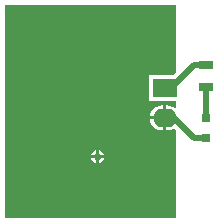
<source format=gbl>
G04*
G04 #@! TF.GenerationSoftware,Altium Limited,Altium Designer,18.1.9 (240)*
G04*
G04 Layer_Physical_Order=2*
G04 Layer_Color=16711680*
%FSLAX25Y25*%
%MOIN*%
G70*
G01*
G75*
%ADD13R,0.03150X0.03150*%
%ADD14R,0.05118X0.02756*%
%ADD19C,0.01968*%
%ADD20O,0.07874X0.06299*%
%ADD21R,0.07874X0.06299*%
%ADD22C,0.02362*%
G36*
X61024Y52335D02*
X60264Y51575D01*
X51968D01*
Y42913D01*
X61024D01*
Y40688D01*
X60524Y40441D01*
X59967Y40869D01*
X58957Y41287D01*
X57874Y41429D01*
X57587D01*
Y37244D01*
Y33059D01*
X57874D01*
X58957Y33201D01*
X59967Y33619D01*
X60325Y33895D01*
X61024Y33197D01*
Y3937D01*
X3937D01*
Y74803D01*
X61024D01*
Y52335D01*
D02*
G37*
%LPC*%
G36*
X56587Y41429D02*
X56299D01*
X55216Y41287D01*
X54207Y40869D01*
X53340Y40204D01*
X52675Y39337D01*
X52256Y38327D01*
X52180Y37744D01*
X56587D01*
Y41429D01*
D02*
G37*
G36*
Y36744D02*
X52180D01*
X52256Y36161D01*
X52675Y35151D01*
X53340Y34285D01*
X54207Y33619D01*
X55216Y33201D01*
X56299Y33059D01*
X56587D01*
Y36744D01*
D02*
G37*
G36*
X35244Y26435D02*
Y24811D01*
X36869D01*
X36799Y25162D01*
X36317Y25883D01*
X35595Y26366D01*
X35244Y26435D01*
D02*
G37*
G36*
X34244D02*
X33893Y26366D01*
X33172Y25883D01*
X32689Y25162D01*
X32620Y24811D01*
X34244D01*
Y26435D01*
D02*
G37*
G36*
X36869Y23811D02*
X35244D01*
Y22187D01*
X35595Y22256D01*
X36317Y22738D01*
X36799Y23460D01*
X36869Y23811D01*
D02*
G37*
G36*
X34244D02*
X32620D01*
X32689Y23460D01*
X33172Y22738D01*
X33893Y22256D01*
X34244Y22187D01*
Y23811D01*
D02*
G37*
%LPD*%
D13*
X70866Y30610D02*
D03*
Y37106D02*
D03*
D14*
Y47441D02*
D03*
Y54921D02*
D03*
D19*
X66732Y30610D02*
X70866D01*
X60098Y37244D02*
X66732Y30610D01*
X57087Y37244D02*
X60098D01*
X70866Y37106D02*
Y47441D01*
X66732Y54921D02*
X70866D01*
X59055Y47244D02*
X66732Y54921D01*
X57087Y47244D02*
X59055D01*
D20*
X57087Y37244D02*
D03*
D21*
Y47244D02*
D03*
D22*
X34744Y24311D02*
D03*
M02*

</source>
